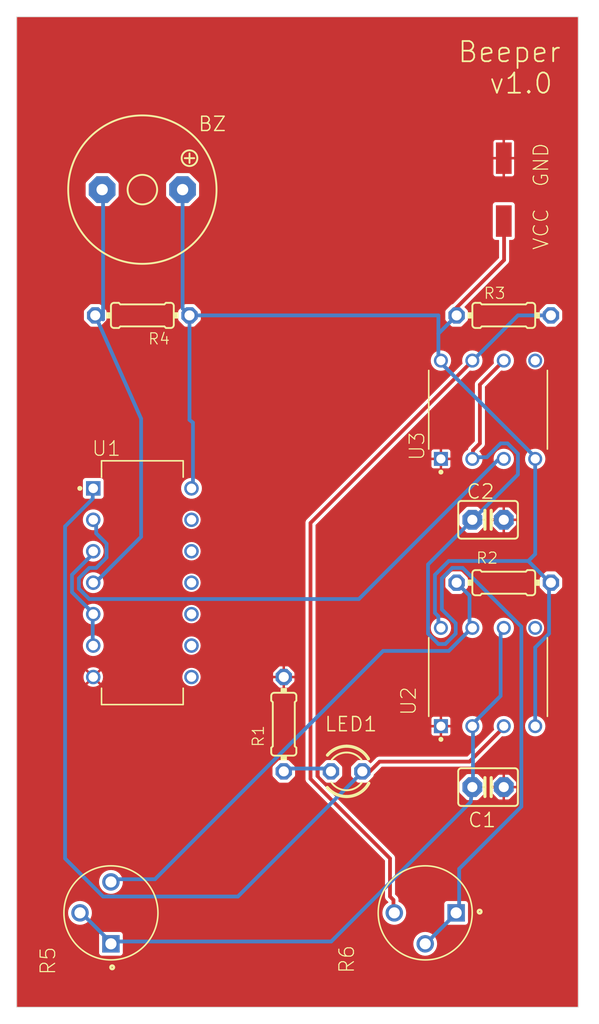
<source format=kicad_pcb>
(kicad_pcb (version 20211014) (generator pcbnew)
  (layers (0 "F.Cu" signal) (31 "B.Cu" signal) (34 "B.Paste" user) (35 "F.Paste" user) (36 "B.SilkS" user "B.Silkscreen") (37 "F.SilkS" user "F.Silkscreen") (38 "B.Mask" user) (39 "F.Mask" user) (44 "Edge.Cuts" user))
  (net 0 "")
  (net 1 "VCC")
  (net 2 "GND")
  (net 3 "N$4")
  (net 4 "N$10")
  (net 5 "N$8")
  (net 6 "N$9")
  (net 7 "N$5")
  (net 8 "N$6")
  (net 9 "N$1")
  (net 10 "N$2")
  (net 11 "N$3")
  (footprint "beeper:DIP794W45P254L959H508Q8" (layer "F.Cu") (at 163.9061 118.3336 90)
    (fp_text reference "U2" (at -3.175 -6.4261 90) (layer "F.SilkS") (effects (font (size 1.176528 1.176528) (thickness 0.093472)) (justify left)))
    (fp_text value "LMC555CN" hide)
    (fp_line (start -3.175 -4.795) (end 3.175 -4.795) (layer "F.SilkS") (width 0.127))
    (fp_line (start -3.175 4.795) (end 3.175 4.795) (layer "F.SilkS") (width 0.127))
    (fp_circle (center -5.035 -3.81) (end -4.935 -3.81) (layer "F.SilkS") (width 0.2) (fill none))
    (pad "1" thru_hole rect (at -3.97 -3.81 90) (size 1.13 1.13) (drill 0.74) (layers *.Cu *.Mask) (net 2 "GND"))
    (pad "2" thru_hole circle (at -3.97 -1.27 90) (size 1.13 1.13) (drill 0.74) (layers *.Cu *.Mask) (net 10 "N$2"))
    (pad "3" thru_hole circle (at -3.97 1.27 90) (size 1.13 1.13) (drill 0.74) (layers *.Cu *.Mask) (net 11 "N$3"))
    (pad "4" thru_hole circle (at -3.97 3.81 90) (size 1.13 1.13) (drill 0.74) (layers *.Cu *.Mask) (net 1 "VCC"))
    (pad "5" thru_hole circle (at 3.97 3.81 90) (size 1.13 1.13) (drill 0.74) (layers *.Cu *.Mask))
    (pad "6" thru_hole circle (at 3.97 1.27 90) (size 1.13 1.13) (drill 0.74) (layers *.Cu *.Mask) (net 10 "N$2"))
    (pad "7" thru_hole circle (at 3.97 -1.27 90) (size 1.13 1.13) (drill 0.74) (layers *.Cu *.Mask) (net 9 "N$1"))
    (pad "8" thru_hole circle (at 3.97 -3.81 90) (size 1.13 1.13) (drill 0.74) (layers *.Cu *.Mask) (net 1 "VCC"))
  )
  (footprint "beeper:DIP794W45P254L1969H508Q14" (layer "F.Cu") (at 135.9661 110.7136)
    (fp_text reference "U1" (at -4.148674 -10.833057) (layer "F.SilkS") (effects (font (size 1.176528 1.176528) (thickness 0.093472)) (justify left)))
    (fp_text value "CD4011BE" hide)
    (fp_line (start -3.3 -9.845) (end 3.3 -9.845) (layer "F.SilkS") (width 0.127))
    (fp_line (start 3.3 9.845) (end -3.3 9.845) (layer "F.SilkS") (width 0.127))
    (fp_line (start 3.3 -9.845) (end 3.3 -8.525) (layer "F.SilkS") (width 0.127))
    (fp_line (start 3.3 8.525) (end 3.3 9.845) (layer "F.SilkS") (width 0.127))
    (fp_line (start -3.3 9.845) (end -3.3 8.525) (layer "F.SilkS") (width 0.127))
    (fp_line (start -3.3 -8.525) (end -3.3 -9.845) (layer "F.SilkS") (width 0.127))
    (fp_circle (center -5.055 -7.62) (end -4.955 -7.62) (layer "F.SilkS") (width 0.2) (fill none))
    (pad "1" thru_hole rect (at -3.97 -7.62) (size 1.17 1.17) (drill 0.77) (layers *.Cu *.Mask) (net 11 "N$3"))
    (pad "2" thru_hole circle (at -3.97 -5.08) (size 1.17 1.17) (drill 0.77) (layers *.Cu *.Mask) (net 5 "N$8"))
    (pad "3" thru_hole circle (at -3.97 -2.54) (size 1.17 1.17) (drill 0.77) (layers *.Cu *.Mask) (net 6 "N$9"))
    (pad "4" thru_hole circle (at -3.97 0) (size 1.17 1.17) (drill 0.77) (layers *.Cu *.Mask) (net 4 "N$10"))
    (pad "5" thru_hole circle (at -3.97 2.54) (size 1.17 1.17) (drill 0.77) (layers *.Cu *.Mask) (net 6 "N$9"))
    (pad "6" thru_hole circle (at -3.97 5.08) (size 1.17 1.17) (drill 0.77) (layers *.Cu *.Mask) (net 6 "N$9"))
    (pad "7" thru_hole circle (at -3.97 7.62) (size 1.17 1.17) (drill 0.77) (layers *.Cu *.Mask) (net 2 "GND"))
    (pad "8" thru_hole circle (at 3.97 7.62) (size 1.17 1.17) (drill 0.77) (layers *.Cu *.Mask))
    (pad "9" thru_hole circle (at 3.97 5.08) (size 1.17 1.17) (drill 0.77) (layers *.Cu *.Mask))
    (pad "10" thru_hole circle (at 3.97 2.54) (size 1.17 1.17) (drill 0.77) (layers *.Cu *.Mask))
    (pad "11" thru_hole circle (at 3.97 0) (size 1.17 1.17) (drill 0.77) (layers *.Cu *.Mask))
    (pad "12" thru_hole circle (at 3.97 -2.54) (size 1.17 1.17) (drill 0.77) (layers *.Cu *.Mask))
    (pad "13" thru_hole circle (at 3.97 -5.08) (size 1.17 1.17) (drill 0.77) (layers *.Cu *.Mask))
    (pad "14" thru_hole circle (at 3.97 -7.62) (size 1.17 1.17) (drill 0.77) (layers *.Cu *.Mask) (net 1 "VCC"))
  )
  (footprint "beeper:SMD1,27-2,54" (layer "F.Cu") (at 165.1761 76.4236)
    (fp_text reference "GND" (at 3.01 2.4 90) (layer "F.SilkS") (effects (font (size 1.176528 1.176528) (thickness 0.093472)) (justify left)))
    (fp_text value "")
    (pad "1" smd rect (at 0 0) (size 1.27 2.54) (layers "F.Cu" "F.Paste" "F.Mask") (net 2 "GND"))
  )
  (footprint "beeper:0204_7" (layer "F.Cu") (at 165.1761 89.1236 180)
    (fp_text reference "R3" (at -0.1992 1.786318) (layer "F.SilkS") (effects (font (size 0.901446 0.901446) (thickness 0.089154)) (justify right)))
    (fp_text value "1K" hide)
    (fp_line (start 1.778 0.889) (end -1.778 0.889) (layer "F.SilkS") (width 0.1524))
    (fp_line (start 2.286 1.016) (end 1.905 1.016) (layer "F.SilkS") (width 0.1524))
    (fp_line (start -2.54 0.762) (end -2.54 -0.762) (layer "F.SilkS") (width 0.1524))
    (fp_line (start -1.778 0.889) (end -1.905 1.016) (layer "F.SilkS") (width 0.1524))
    (fp_line (start -1.778 -0.889) (end -1.905 -1.016) (layer "F.SilkS") (width 0.1524))
    (fp_line (start -2.286 -1.016) (end -1.905 -1.016) (layer "F.SilkS") (width 0.1524))
    (fp_line (start 2.54 0.762) (end 2.54 -0.762) (layer "F.SilkS") (width 0.1524))
    (fp_line (start 1.778 0.889) (end 1.905 1.016) (layer "F.SilkS") (width 0.1524))
    (fp_line (start 1.778 -0.889) (end -1.778 -0.889) (layer "F.SilkS") (width 0.1524))
    (fp_line (start 1.778 -0.889) (end 1.905 -1.016) (layer "F.SilkS") (width 0.1524))
    (fp_line (start -2.286 1.016) (end -1.905 1.016) (layer "F.SilkS") (width 0.1524))
    (fp_line (start 2.286 -1.016) (end 1.905 -1.016) (layer "F.SilkS") (width 0.1524))
    (fp_arc (start -2.54 -0.762) (mid -2.465605 -0.941605) (end -2.286 -1.016) (layer "F.SilkS") (width 0.1524))
    (fp_arc (start 2.54 0.762) (mid 2.465605 0.941605) (end 2.286 1.016) (layer "F.SilkS") (width 0.1524))
    (fp_arc (start 2.286 -1.016) (mid 2.465605 -0.941605) (end 2.54 -0.762) (layer "F.SilkS") (width 0.1524))
    (fp_arc (start -2.286 1.016) (mid -2.465605 0.941605) (end -2.54 0.762) (layer "F.SilkS") (width 0.1524))
    (fp_poly (pts (xy -2.921 0.254) (xy -2.54 0.254) (xy -2.54 -0.254) (xy -2.921 -0.254)) (layer "F.SilkS") (width 0) (fill solid))
    (fp_poly (pts (xy 2.54 0.254) (xy 2.921 0.254) (xy 2.921 -0.254) (xy 2.54 -0.254)) (layer "F.SilkS") (width 0) (fill solid))
    (pad "1" thru_hole roundrect (at -3.81 0 180) (size 1.3208 1.3208) (drill 0.8128) (layers *.Cu *.Mask) (chamfer_ratio 0.2928932188) (chamfer top_left top_right bottom_left bottom_right) (net 7 "N$5"))
    (pad "2" thru_hole roundrect (at 3.81 0 180) (size 1.3208 1.3208) (drill 0.8128) (layers *.Cu *.Mask) (chamfer_ratio 0.2928932188) (chamfer top_left top_right bottom_left bottom_right) (net 1 "VCC"))
  )
  (footprint "beeper:0204_7" (layer "F.Cu") (at 165.1761 110.7136)
    (fp_text reference "R2" (at -2.286 -1.987939) (layer "F.SilkS") (effects (font (size 0.901446 0.901446) (thickness 0.089154)) (justify left)))
    (fp_text value "1K" hide)
    (fp_line (start 2.286 -1.016) (end 1.905 -1.016) (layer "F.SilkS") (width 0.1524))
    (fp_line (start 2.54 0.762) (end 2.54 -0.762) (layer "F.SilkS") (width 0.1524))
    (fp_line (start 2.286 1.016) (end 1.905 1.016) (layer "F.SilkS") (width 0.1524))
    (fp_line (start 1.778 0.889) (end -1.778 0.889) (layer "F.SilkS") (width 0.1524))
    (fp_line (start -2.286 -1.016) (end -1.905 -1.016) (layer "F.SilkS") (width 0.1524))
    (fp_line (start 1.778 -0.889) (end -1.778 -0.889) (layer "F.SilkS") (width 0.1524))
    (fp_line (start -1.778 0.889) (end -1.905 1.016) (layer "F.SilkS") (width 0.1524))
    (fp_line (start 1.778 0.889) (end 1.905 1.016) (layer "F.SilkS") (width 0.1524))
    (fp_line (start -2.54 0.762) (end -2.54 -0.762) (layer "F.SilkS") (width 0.1524))
    (fp_line (start 1.778 -0.889) (end 1.905 -1.016) (layer "F.SilkS") (width 0.1524))
    (fp_line (start -1.778 -0.889) (end -1.905 -1.016) (layer "F.SilkS") (width 0.1524))
    (fp_line (start -2.286 1.016) (end -1.905 1.016) (layer "F.SilkS") (width 0.1524))
    (fp_arc (start 2.54 0.762) (mid 2.465605 0.941605) (end 2.286 1.016) (layer "F.SilkS") (width 0.1524))
    (fp_arc (start 2.286 -1.016) (mid 2.465605 -0.941605) (end 2.54 -0.762) (layer "F.SilkS") (width 0.1524))
    (fp_arc (start -2.286 1.016) (mid -2.465605 0.941605) (end -2.54 0.762) (layer "F.SilkS") (width 0.1524))
    (fp_arc (start -2.54 -0.762) (mid -2.465605 -0.941605) (end -2.286 -1.016) (layer "F.SilkS") (width 0.1524))
    (fp_poly (pts (xy -2.921 0.254) (xy -2.54 0.254) (xy -2.54 -0.254) (xy -2.921 -0.254)) (layer "F.SilkS") (width 0) (fill solid))
    (fp_poly (pts (xy 2.54 0.254) (xy 2.921 0.254) (xy 2.921 -0.254) (xy 2.54 -0.254)) (layer "F.SilkS") (width 0) (fill solid))
    (pad "1" thru_hole roundrect (at -3.81 0) (size 1.3208 1.3208) (drill 0.8128) (layers *.Cu *.Mask) (chamfer_ratio 0.2928932188) (chamfer top_left top_right bottom_left bottom_right) (net 9 "N$1"))
    (pad "2" thru_hole roundrect (at 3.81 0) (size 1.3208 1.3208) (drill 0.8128) (layers *.Cu *.Mask) (chamfer_ratio 0.2928932188) (chamfer top_left top_right bottom_left bottom_right) (net 1 "VCC"))
  )
  (footprint "beeper:F_QMBIII" (layer "F.Cu") (at 135.9661 78.9636)
    (fp_text reference "BZ" (at 4.445 -5.3036) (layer "F.SilkS") (effects (font (size 1.1557 1.1557) (thickness 0.1143)) (justify left)))
    (fp_text value "F/QMBIII" hide)
    (fp_line (start 3.81 -2.159) (end 3.81 -2.921) (layer "F.SilkS") (width 0.1524))
    (fp_line (start 3.429 -2.54) (end 4.191 -2.54) (layer "F.SilkS") (width 0.1524))
    (fp_circle (center 0 0) (end 5.9944 0) (layer "F.SilkS") (width 0.1524) (fill none))
    (fp_circle (center 0 0) (end 1.1938 0) (layer "F.SilkS") (width 0.1524) (fill none))
    (fp_circle (center 3.81 -2.54) (end 4.445 -2.54) (layer "F.SilkS") (width 0.1524) (fill none))
    (pad "+" thru_hole roundrect (at 3.2512 0) (size 2.159 2.159) (drill 0.9144) (layers *.Cu *.Mask) (chamfer_ratio 0.2928932188) (chamfer top_left top_right bottom_left bottom_right) (net 1 "VCC"))
    (pad "-" thru_hole roundrect (at -3.2512 0) (size 2.159 2.159) (drill 0.9144) (layers *.Cu *.Mask) (chamfer_ratio 0.2928932188) (chamfer top_left top_right bottom_left bottom_right) (net 4 "N$10"))
  )
  (footprint "beeper:TO250P760H635-3_PV12P105A01B00" (layer "F.Cu") (at 133.4261 137.3836 90)
    (fp_text reference "R5" (at -5.08661 -5.08881 90) (layer "F.SilkS") (effects (font (size 1.178566 1.178566) (thickness 0.093634)) (justify left)))
    (fp_text value "SPEED")
    (fp_circle (center 0 0) (end 3.8 0) (layer "F.SilkS") (width 0.127) (fill none))
    (fp_circle (center -4.4 0.1) (end -4.258582 0.1) (layer "F.SilkS") (width 0.2) (fill none))
    (pad "1" thru_hole rect (at -2.5 0 90) (size 1.408 1.408) (drill 0.9) (layers *.Cu *.Mask) (net 10 "N$2"))
    (pad "2" thru_hole circle (at 0 -2.5 90) (size 1.408 1.408) (drill 0.9) (layers *.Cu *.Mask) (net 10 "N$2"))
    (pad "3" thru_hole circle (at 2.5 0 90) (size 1.408 1.408) (drill 0.9) (layers *.Cu *.Mask) (net 9 "N$1"))
  )
  (footprint "beeper:C2.5-3" (layer "F.Cu") (at 163.9061 127.2236)
    (fp_text reference "C1" (at -1.689162 2.662681) (layer "F.SilkS") (effects (font (size 1.1557 1.1557) (thickness 0.1143)) (justify left)))
    (fp_text value "1.44uF" hide)
    (fp_line (start 0.254 0) (end 0.254 -0.762) (layer "F.SilkS") (width 0.254))
    (fp_line (start -0.254 -0.762) (end -0.254 0) (layer "F.SilkS") (width 0.254))
    (fp_line (start -2.159 -1.524) (end 2.159 -1.524) (layer "F.SilkS") (width 0.1524))
    (fp_line (start 0.381 0) (end 0.254 0) (layer "F.SilkS") (width 0.1524))
    (fp_line (start -2.413 -1.27) (end -2.413 1.27) (layer "F.SilkS") (width 0.1524))
    (fp_line (start 2.413 -1.27) (end 2.413 1.27) (layer "F.SilkS") (width 0.1524))
    (fp_line (start -0.254 0) (end -0.254 0.762) (layer "F.SilkS") (width 0.254))
    (fp_line (start 0.254 0) (end 0.254 0.762) (layer "F.SilkS") (width 0.254))
    (fp_line (start 2.159 1.524) (end -2.159 1.524) (layer "F.SilkS") (width 0.1524))
    (fp_line (start -0.254 0) (end -0.381 0) (layer "F.SilkS") (width 0.1524))
    (fp_arc (start -2.159 1.524) (mid -2.338605 1.449605) (end -2.413 1.27) (layer "F.SilkS") (width 0.1524))
    (fp_arc (start 2.413 1.27) (mid 2.338605 1.449605) (end 2.159 1.524) (layer "F.SilkS") (width 0.1524))
    (fp_arc (start 2.159 -1.524) (mid 2.338605 -1.449605) (end 2.413 -1.27) (layer "F.SilkS") (width 0.1524))
    (fp_arc (start -2.413 -1.27) (mid -2.338605 -1.449605) (end -2.159 -1.524) (layer "F.SilkS") (width 0.1524))
    (pad "1" thru_hole roundrect (at -1.27 0) (size 1.6002 1.6002) (drill 0.8128) (layers *.Cu *.Mask) (chamfer_ratio 0.2928932188) (chamfer top_left top_right bottom_left bottom_right) (net 10 "N$2"))
    (pad "2" thru_hole roundrect (at 1.27 0) (size 1.6002 1.6002) (drill 0.8128) (layers *.Cu *.Mask) (chamfer_ratio 0.2928932188) (chamfer top_left top_right bottom_left bottom_right) (net 2 "GND"))
  )
  (footprint "beeper:DIP794W45P254L959H508Q8" (layer "F.Cu") (at 163.9061 96.7436 90)
    (fp_text reference "U3" (at -4.176298 -5.742314 90) (layer "F.SilkS") (effects (font (size 1.176528 1.176528) (thickness 0.093472)) (justify left)))
    (fp_text value "LMC555CN" hide)
    (fp_line (start -3.175 -4.795) (end 3.175 -4.795) (layer "F.SilkS") (width 0.127))
    (fp_line (start -3.175 4.795) (end 3.175 4.795) (layer "F.SilkS") (width 0.127))
    (fp_circle (center -5.035 -3.81) (end -4.935 -3.81) (layer "F.SilkS") (width 0.2) (fill none))
    (pad "1" thru_hole rect (at -3.97 -3.81 90) (size 1.13 1.13) (drill 0.74) (layers *.Cu *.Mask) (net 2 "GND"))
    (pad "2" thru_hole circle (at -3.97 -1.27 90) (size 1.13 1.13) (drill 0.74) (layers *.Cu *.Mask) (net 8 "N$6"))
    (pad "3" thru_hole circle (at -3.97 1.27 90) (size 1.13 1.13) (drill 0.74) (layers *.Cu *.Mask) (net 5 "N$8"))
    (pad "4" thru_hole circle (at -3.97 3.81 90) (size 1.13 1.13) (drill 0.74) (layers *.Cu *.Mask) (net 1 "VCC"))
    (pad "5" thru_hole circle (at 3.97 3.81 90) (size 1.13 1.13) (drill 0.74) (layers *.Cu *.Mask))
    (pad "6" thru_hole circle (at 3.97 1.27 90) (size 1.13 1.13) (drill 0.74) (layers *.Cu *.Mask) (net 8 "N$6"))
    (pad "7" thru_hole circle (at 3.97 -1.27 90) (size 1.13 1.13) (drill 0.74) (layers *.Cu *.Mask) (net 7 "N$5"))
    (pad "8" thru_hole circle (at 3.97 -3.81 90) (size 1.13 1.13) (drill 0.74) (layers *.Cu *.Mask) (net 1 "VCC"))
  )
  (footprint "beeper:SMD1,27-2,54" (layer "F.Cu") (at 165.1761 81.5036)
    (fp_text reference "VCC" (at 3.01 2.4 90) (layer "F.SilkS") (effects (font (size 1.176528 1.176528) (thickness 0.093472)) (justify left)))
    (fp_text value "")
    (pad "1" smd rect (at 0 0) (size 1.27 2.54) (layers "F.Cu" "F.Paste" "F.Mask") (net 1 "VCC"))
  )
  (footprint "beeper:0204_7" (layer "F.Cu") (at 147.3961 122.1436 90)
    (fp_text reference "R1" (at -1.905 -2.06389 90) (layer "F.SilkS") (effects (font (size 0.901446 0.901446) (thickness 0.089154)) (justify left)))
    (fp_text value "220" hide)
    (fp_line (start 2.286 1.016) (end 1.905 1.016) (layer "F.SilkS") (width 0.1524))
    (fp_line (start 2.286 -1.016) (end 1.905 -1.016) (layer "F.SilkS") (width 0.1524))
    (fp_line (start 1.778 -0.889) (end -1.778 -0.889) (layer "F.SilkS") (width 0.1524))
    (fp_line (start -2.286 -1.016) (end -1.905 -1.016) (layer "F.SilkS") (width 0.1524))
    (fp_line (start 1.778 -0.889) (end 1.905 -1.016) (layer "F.SilkS") (width 0.1524))
    (fp_line (start 1.778 0.889) (end -1.778 0.889) (layer "F.SilkS") (width 0.1524))
    (fp_line (start -2.54 0.762) (end -2.54 -0.762) (layer "F.SilkS") (width 0.1524))
    (fp_line (start -1.778 0.889) (end -1.905 1.016) (layer "F.SilkS") (width 0.1524))
    (fp_line (start -1.778 -0.889) (end -1.905 -1.016) (layer "F.SilkS") (width 0.1524))
    (fp_line (start 2.54 0.762) (end 2.54 -0.762) (layer "F.SilkS") (width 0.1524))
    (fp_line (start 1.778 0.889) (end 1.905 1.016) (layer "F.SilkS") (width 0.1524))
    (fp_line (start -2.286 1.016) (end -1.905 1.016) (layer "F.SilkS") (width 0.1524))
    (fp_arc (start -2.286 1.016) (mid -2.465605 0.941605) (end -2.54 0.762) (layer "F.SilkS") (width 0.1524))
    (fp_arc (start -2.54 -0.762) (mid -2.465605 -0.941605) (end -2.286 -1.016) (layer "F.SilkS") (width 0.1524))
    (fp_arc (start 2.54 0.762) (mid 2.465605 0.941605) (end 2.286 1.016) (layer "F.SilkS") (width 0.1524))
    (fp_arc (start 2.286 -1.016) (mid 2.465605 -0.941605) (end 2.54 -0.762) (layer "F.SilkS") (width 0.1524))
    (fp_poly (pts (xy -2.921 0.254) (xy -2.54 0.254) (xy -2.54 -0.254) (xy -2.921 -0.254)) (layer "F.SilkS") (width 0) (fill solid))
    (fp_poly (pts (xy 2.54 0.254) (xy 2.921 0.254) (xy 2.921 -0.254) (xy 2.54 -0.254)) (layer "F.SilkS") (width 0) (fill solid))
    (pad "1" thru_hole roundrect (at -3.81 0 90) (size 1.3208 1.3208) (drill 0.8128) (layers *.Cu *.Mask) (chamfer_ratio 0.2928932188) (chamfer top_left top_right bottom_left bottom_right) (net 3 "N$4"))
    (pad "2" thru_hole roundrect (at 3.81 0 90) (size 1.3208 1.3208) (drill 0.8128) (layers *.Cu *.Mask) (chamfer_ratio 0.2928932188) (chamfer top_left top_right bottom_left bottom_right) (net 2 "GND"))
  )
  (footprint "beeper:0204_7" (layer "F.Cu") (at 135.9661 89.1236 180)
    (fp_text reference "R4" (at -2.286 -1.895074) (layer "F.SilkS") (effects (font (size 0.901446 0.901446) (thickness 0.089154)) (justify right)))
    (fp_text value "1K" hide)
    (fp_line (start -2.286 1.016) (end -1.905 1.016) (layer "F.SilkS") (width 0.1524))
    (fp_line (start 2.54 0.762) (end 2.54 -0.762) (layer "F.SilkS") (width 0.1524))
    (fp_line (start -1.778 -0.889) (end -1.905 -1.016) (layer "F.SilkS") (width 0.1524))
    (fp_line (start 1.778 0.889) (end -1.778 0.889) (layer "F.SilkS") (width 0.1524))
    (fp_line (start 2.286 1.016) (end 1.905 1.016) (layer "F.SilkS") (width 0.1524))
    (fp_line (start 1.778 0.889) (end 1.905 1.016) (layer "F.SilkS") (width 0.1524))
    (fp_line (start -1.778 0.889) (end -1.905 1.016) (layer "F.SilkS") (width 0.1524))
    (fp_line (start -2.286 -1.016) (end -1.905 -1.016) (layer "F.SilkS") (width 0.1524))
    (fp_line (start 1.778 -0.889) (end 1.905 -1.016) (layer "F.SilkS") (width 0.1524))
    (fp_line (start -2.54 0.762) (end -2.54 -0.762) (layer "F.SilkS") (width 0.1524))
    (fp_line (start 1.778 -0.889) (end -1.778 -0.889) (layer "F.SilkS") (width 0.1524))
    (fp_line (start 2.286 -1.016) (end 1.905 -1.016) (layer "F.SilkS") (width 0.1524))
    (fp_arc (start 2.286 -1.016) (mid 2.465605 -0.941605) (end 2.54 -0.762) (layer "F.SilkS") (width 0.1524))
    (fp_arc (start 2.54 0.762) (mid 2.465605 0.941605) (end 2.286 1.016) (layer "F.SilkS") (width 0.1524))
    (fp_arc (start -2.54 -0.762) (mid -2.465605 -0.941605) (end -2.286 -1.016) (layer "F.SilkS") (width 0.1524))
    (fp_arc (start -2.286 1.016) (mid -2.465605 0.941605) (end -2.54 0.762) (layer "F.SilkS") (width 0.1524))
    (fp_poly (pts (xy 2.54 0.254) (xy 2.921 0.254) (xy 2.921 -0.254) (xy 2.54 -0.254)) (layer "F.SilkS") (width 0) (fill solid))
    (fp_poly (pts (xy -2.921 0.254) (xy -2.54 0.254) (xy -2.54 -0.254) (xy -2.921 -0.254)) (layer "F.SilkS") (width 0) (fill solid))
    (pad "1" thru_hole roundrect (at -3.81 0 180) (size 1.3208 1.3208) (drill 0.8128) (layers *.Cu *.Mask) (chamfer_ratio 0.2928932188) (chamfer top_left top_right bottom_left bottom_right) (net 1 "VCC"))
    (pad "2" thru_hole roundrect (at 3.81 0 180) (size 1.3208 1.3208) (drill 0.8128) (layers *.Cu *.Mask) (chamfer_ratio 0.2928932188) (chamfer top_left top_right bottom_left bottom_right) (net 4 "N$10"))
  )
  (footprint "beeper:LED3MM" (layer "F.Cu") (at 152.4761 125.9536 180)
    (fp_text reference "LED1" (at -2.54 3.81) (layer "F.SilkS") (effects (font (size 1.1557 1.1557) (thickness 0.1143)) (justify right)))
    (fp_text value "RED" hide)
    (fp_arc (start 0 2.032) (mid -1.019924 1.757525) (end -1.7643 1.0082) (layer "F.SilkS") (width 0.254))
    (fp_arc (start 0 -2.032) (mid 0.861864 -1.840173) (end 1.561 -1.3009) (layer "F.SilkS") (width 0.254))
    (fp_arc (start 0 1.524) (mid -0.669593 1.369018) (end -1.203 0.9356) (layer "F.SilkS") (width 0.1524))
    (fp_arc (start -1.2192 -0.9144) (mid -0.681554 -1.363107) (end 0 -1.524) (layer "F.SilkS") (width 0.1524))
    (fp_arc (start 0 -1.524) (mid 0.697339 -1.355082) (end 1.2401 -0.885801) (layer "F.SilkS") (width 0.1524))
    (fp_arc (start 1.5512 1.3126) (mid 0.854953 1.843405) (end 0 2.032) (layer "F.SilkS") (width 0.254))
    (fp_arc (start -1.7929 -0.9562) (mid -1.045438 -1.7424) (end 0 -2.032) (layer "F.SilkS") (width 0.254))
    (fp_arc (start 1.203 0.9356) (mid 0.669593 1.369018) (end 0 1.524) (layer "F.SilkS") (width 0.1524))
    (pad "A" thru_hole roundrect (at -1.27 0 180) (size 1.3208 1.3208) (drill 0.8128) (layers *.Cu *.Mask) (chamfer_ratio 0.2928932188) (chamfer top_left top_right bottom_left bottom_right) (net 11 "N$3"))
    (pad "K" thru_hole roundrect (at 1.27 0 180) (size 1.3208 1.3208) (drill 0.8128) (layers *.Cu *.Mask) (chamfer_ratio 0.2928932188) (chamfer top_left top_right bottom_left bottom_right) (net 3 "N$4"))
  )
  (footprint "beeper:C2.5-3" (layer "F.Cu") (at 163.9061 105.6336)
    (fp_text reference "C2" (at -1.817929 -2.279712) (layer "F.SilkS") (effects (font (size 1.1557 1.1557) (thickness 0.1143)) (justify left)))
    (fp_text value "1.82nF" hide)
    (fp_line (start -0.254 -0.762) (end -0.254 0) (layer "F.SilkS") (width 0.254))
    (fp_line (start -0.254 0) (end -0.254 0.762) (layer "F.SilkS") (width 0.254))
    (fp_line (start 0.254 0) (end 0.254 -0.762) (layer "F.SilkS") (width 0.254))
    (fp_line (start 2.159 1.524) (end -2.159 1.524) (layer "F.SilkS") (width 0.1524))
    (fp_line (start -2.159 -1.524) (end 2.159 -1.524) (layer "F.SilkS") (width 0.1524))
    (fp_line (start 0.381 0) (end 0.254 0) (layer "F.SilkS") (width 0.1524))
    (fp_line (start 2.413 -1.27) (end 2.413 1.27) (layer "F.SilkS") (width 0.1524))
    (fp_line (start 0.254 0) (end 0.254 0.762) (layer "F.SilkS") (width 0.254))
    (fp_line (start -0.254 0) (end -0.381 0) (layer "F.SilkS") (width 0.1524))
    (fp_line (start -2.413 -1.27) (end -2.413 1.27) (layer "F.SilkS") (width 0.1524))
    (fp_arc (start -2.413 -1.27) (mid -2.338605 -1.449605) (end -2.159 -1.524) (layer "F.SilkS") (width 0.1524))
    (fp_arc (start 2.159 -1.524) (mid 2.338605 -1.449605) (end 2.413 -1.27) (layer "F.SilkS") (width 0.1524))
    (fp_arc (start 2.413 1.27) (mid 2.338605 1.449605) (end 2.159 1.524) (layer "F.SilkS") (width 0.1524))
    (fp_arc (start -2.159 1.524) (mid -2.338605 1.449605) (end -2.413 1.27) (layer "F.SilkS") (width 0.1524))
    (pad "1" thru_hole roundrect (at -1.27 0) (size 1.6002 1.6002) (drill 0.8128) (layers *.Cu *.Mask) (chamfer_ratio 0.2928932188) (chamfer top_left top_right bottom_left bottom_right) (net 8 "N$6"))
    (pad "2" thru_hole roundrect (at 1.27 0) (size 1.6002 1.6002) (drill 0.8128) (layers *.Cu *.Mask) (chamfer_ratio 0.2928932188) (chamfer top_left top_right bottom_left bottom_right) (net 2 "GND"))
  )
  (footprint "beeper:TO250P760H635-3_PV12P105A01B00" (layer "F.Cu") (at 158.8261 137.3836 180)
    (fp_text reference "R6" (at 6.341191 -2.533391 90) (layer "F.SilkS") (effects (font (size 1.178566 1.178566) (thickness 0.093634)) (justify right)))
    (fp_text value "TONE")
    (fp_circle (center 0 0) (end 3.8 0) (layer "F.SilkS") (width 0.127) (fill none))
    (fp_circle (center -4.4 0.1) (end -4.258582 0.1) (layer "F.SilkS") (width 0.2) (fill none))
    (pad "1" thru_hole rect (at -2.5 0 180) (size 1.408 1.408) (drill 0.9) (layers *.Cu *.Mask) (net 8 "N$6"))
    (pad "2" thru_hole circle (at 0 -2.5 180) (size 1.408 1.408) (drill 0.9) (layers *.Cu *.Mask) (net 8 "N$6"))
    (pad "3" thru_hole circle (at 2.5 0 180) (size 1.408 1.408) (drill 0.9) (layers *.Cu *.Mask) (net 7 "N$5"))
  )
  (gr_line (start 125.8061 145.0036) (end 171.1961 145.0036) (layer "Edge.Cuts") (width 0.05))
  (gr_line (start 171.1961 65.0036) (end 125.8061 65.0036) (layer "Edge.Cuts") (width 0.05))
  (gr_line (start 171.1961 145.0036) (end 171.1961 65.0036) (layer "Edge.Cuts") (width 0.05))
  (gr_line (start 125.8061 65.0036) (end 125.8061 145.0036) (layer "Edge.Cuts") (width 0.05))
  (gr_text "Beeper" (at 161.3661 68.8036) (layer "F.SilkS") (effects (font (size 1.63576 1.63576) (thickness 0.14224)) (justify left bottom)))
  (gr_text "v1.0" (at 163.9061 71.3436) (layer "F.SilkS") (effects (font (size 1.63576 1.63576) (thickness 0.14224)) (justify left bottom)))
  (segment (start 161.2899 89.1236) (end 161.2899 88.5648) (width 0.3048) (layer "F.Cu") (net 1))
  (segment (start 161.2899 89.1236) (end 161.3661 89.1236) (width 0.3048) (layer "F.Cu") (net 1))
  (segment (start 165.2015 84.6532) (end 165.2015 81.5798) (width 0.3048) (layer "F.Cu") (net 1))
  (segment (start 161.2899 88.5648) (end 165.2015 84.6532) (width 0.3048) (layer "F.Cu") (net 1))
  (segment (start 165.2015 81.5798) (end 165.1761 81.5036) (width 0.3048) (layer "F.Cu") (net 1))
  (segment (start 159.8929 92.7558) (end 160.0961 92.7736) (width 0.3048) (layer "B.Cu") (net 1))
  (segment (start 140.0555 97.785) (end 139.7761 97.567688) (width 0.3048) (layer "B.Cu") (net 1))
  (segment (start 168.8337 110.9168) (end 168.8337 114.8284) (width 0.3048) (layer "B.Cu") (net 1))
  (segment (start 167.7161 100.579) (end 160.1723 93.0352) (width 0.3048) (layer "B.Cu") (net 1))
  (segment (start 161.3661 89.1236) (end 159.8929 90.5968) (width 0.3048) (layer "B.Cu") (net 1))
  (segment (start 159.8929 89.1236) (end 159.8929 90.5968) (width 0.3048) (layer "B.Cu") (net 1))
  (segment (start 168.8337 110.6374) (end 167.1573 108.961) (width 0.3048) (layer "B.Cu") (net 1))
  (segment (start 159.8929 113.4314) (end 159.8929 114.2696) (width 0.3048) (layer "B.Cu") (net 1))
  (segment (start 167.1573 108.961) (end 160.7311 108.961) (width 0.3048) (layer "B.Cu") (net 1))
  (segment (start 167.1573 108.961) (end 167.7161 108.4022) (width 0.3048) (layer "B.Cu") (net 1))
  (segment (start 139.7761 89.1236) (end 139.7761 97.567688) (width 0.3048) (layer "B.Cu") (net 1))
  (segment (start 139.7761 89.1236) (end 139.2173 88.5648) (width 0.3048) (layer "B.Cu") (net 1))
  (segment (start 167.7161 108.4022) (end 167.7161 100.7136) (width 0.3048) (layer "B.Cu") (net 1))
  (segment (start 167.7161 115.946) (end 167.7161 122.3036) (width 0.3048) (layer "B.Cu") (net 1))
  (segment (start 140.0555 103.0936) (end 139.9361 103.0936) (width 0.3048) (layer "B.Cu") (net 1))
  (segment (start 159.8929 114.2696) (end 160.0961 114.3636) (width 0.3048) (layer "B.Cu") (net 1))
  (segment (start 139.2173 88.5648) (end 139.2173 78.9636) (width 0.3048) (layer "B.Cu") (net 1))
  (segment (start 160.7311 108.961) (end 159.6135 110.0786) (width 0.3048) (layer "B.Cu") (net 1))
  (segment (start 140.0555 97.785) (end 140.0555 103.0936) (width 0.3048) (layer "B.Cu") (net 1))
  (segment (start 160.1723 93.0352) (end 160.0961 92.7736) (width 0.3048) (layer "B.Cu") (net 1))
  (segment (start 168.8337 114.8284) (end 167.7161 115.946) (width 0.3048) (layer "B.Cu") (net 1))
  (segment (start 168.8337 110.9168) (end 168.9861 110.7136) (width 0.3048) (layer "B.Cu") (net 1))
  (segment (start 159.6135 110.0786) (end 159.6135 113.152) (width 0.3048) (layer "B.Cu") (net 1))
  (segment (start 167.7161 100.579) (end 167.7161 100.7136) (width 0.3048) (layer "B.Cu") (net 1))
  (segment (start 159.8929 90.5968) (end 159.8929 92.7558) (width 0.3048) (layer "B.Cu") (net 1))
  (segment (start 159.6135 113.152) (end 159.8929 113.4314) (width 0.3048) (layer "B.Cu") (net 1))
  (segment (start 168.8337 110.6374) (end 168.9861 110.7136) (width 0.3048) (layer "B.Cu") (net 1))
  (segment (start 159.8929 89.1236) (end 139.7761 89.1236) (width 0.3048) (layer "B.Cu") (net 1))
  (segment (start 150.9521 125.725) (end 151.2061 125.9536) (width 0.3048) (layer "B.Cu") (net 3))
  (segment (start 147.5993 125.725) (end 147.3961 125.9536) (width 0.3048) (layer "B.Cu") (net 3))
  (segment (start 150.9521 125.725) (end 147.5993 125.725) (width 0.3048) (layer "B.Cu") (net 3))
  (segment (start 135.8645 107.0052) (end 132.2323 110.6374) (width 0.3048) (layer "B.Cu") (net 4))
  (segment (start 132.2323 110.6374) (end 131.9961 110.7136) (width 0.3048) (layer "B.Cu") (net 4))
  (segment (start 135.8645 97.4675) (end 135.8645 107.0052) (width 0.3048) (layer "B.Cu") (net 4))
  (segment (start 132.7911 79.0652) (end 132.7149 78.9636) (width 0.3048) (layer "B.Cu") (net 4))
  (segment (start 132.7911 89.4411) (end 132.1561 89.1236) (width 0.3048) (layer "B.Cu") (net 4))
  (segment (start 135.8645 97.4675) (end 132.1561 89.1236) (width 0.3048) (layer "B.Cu") (net 4))
  (segment (start 132.7911 89.4411) (end 132.7911 79.0652) (width 0.3048) (layer "B.Cu") (net 4))
  (segment (start 131.6735 112.0344) (end 130.8353 111.1962) (width 0.3048) (layer "B.Cu") (net 5))
  (segment (start 164.9221 100.579) (end 165.1761 100.7136) (width 0.3048) (layer "B.Cu") (net 5))
  (segment (start 131.6735 109.5198) (end 132.2323 109.5198) (width 0.3048) (layer "B.Cu") (net 5))
  (segment (start 132.2323 109.5198) (end 133.0705 108.6816) (width 0.3048) (layer "B.Cu") (net 5))
  (segment (start 132.2323 105.8876) (end 131.9961 105.6336) (width 0.3048) (layer "B.Cu") (net 5))
  (segment (start 133.0705 107.564) (end 132.2323 106.7258) (width 0.3048) (layer "B.Cu") (net 5))
  (segment (start 153.4667 112.0344) (end 131.6735 112.0344) (width 0.3048) (layer "B.Cu") (net 5))
  (segment (start 130.8353 110.358) (end 131.6735 109.5198) (width 0.3048) (layer "B.Cu") (net 5))
  (segment (start 132.2323 106.7258) (end 132.2323 105.8876) (width 0.3048) (layer "B.Cu") (net 5))
  (segment (start 133.0705 108.6816) (end 133.0705 107.564) (width 0.3048) (layer "B.Cu") (net 5))
  (segment (start 164.9221 100.579) (end 153.4667 112.0344) (width 0.3048) (layer "B.Cu") (net 5))
  (segment (start 130.8353 111.1962) (end 130.8353 110.358) (width 0.3048) (layer "B.Cu") (net 5))
  (segment (start 131.9529 113.152) (end 130.2765 111.4756) (width 0.3048) (layer "B.Cu") (net 6))
  (segment (start 131.9529 113.152) (end 131.9961 113.2536) (width 0.3048) (layer "B.Cu") (net 6))
  (segment (start 130.2765 110.0786) (end 131.9529 108.4022) (width 0.3048) (layer "B.Cu") (net 6))
  (segment (start 131.9529 113.4314) (end 131.9529 115.6666) (width 0.3048) (layer "B.Cu") (net 6))
  (segment (start 131.9529 115.6666) (end 131.9961 115.7936) (width 0.3048) (layer "B.Cu") (net 6))
  (segment (start 130.2765 111.4756) (end 130.2765 110.0786) (width 0.3048) (layer "B.Cu") (net 6))
  (segment (start 131.9529 108.4022) (end 131.9961 108.1736) (width 0.3048) (layer "B.Cu") (net 6))
  (segment (start 131.9529 113.4314) (end 131.9961 113.2536) (width 0.3048) (layer "B.Cu") (net 6))
  (segment (start 155.9813 132.9894) (end 155.9813 136.0628) (width 0.3048) (layer "F.Cu") (net 7))
  (segment (start 155.9813 136.0628) (end 156.2607 136.3422) (width 0.3048) (layer "F.Cu") (net 7))
  (segment (start 156.2607 136.3422) (end 156.2607 137.1804) (width 0.3048) (layer "F.Cu") (net 7))
  (segment (start 149.5551 105.8876) (end 149.5551 126.5632) (width 0.3048) (layer "F.Cu") (net 7))
  (segment (start 162.4075 93.0352) (end 162.6361 92.7736) (width 0.3048) (layer "F.Cu") (net 7))
  (segment (start 156.2607 137.1804) (end 156.3261 137.3836) (width 0.3048) (layer "F.Cu") (net 7))
  (segment (start 162.4075 93.0352) (end 149.5551 105.8876) (width 0.3048) (layer "F.Cu") (net 7))
  (segment (start 149.5551 126.5632) (end 155.9813 132.9894) (width 0.3048) (layer "F.Cu") (net 7))
  (segment (start 162.6869 92.7558) (end 162.6361 92.7736) (width 0.3048) (layer "B.Cu") (net 7))
  (segment (start 162.6869 92.7558) (end 166.3191 89.1236) (width 0.3048) (layer "B.Cu") (net 7))
  (segment (start 166.3191 89.1236) (end 168.9861 89.1236) (width 0.3048) (layer "B.Cu") (net 7))
  (segment (start 164.9221 93.0352) (end 165.1761 92.7736) (width 0.3048) (layer "F.Cu") (net 8))
  (segment (start 162.6869 100.579) (end 162.6869 100.0202) (width 0.3048) (layer "F.Cu") (net 8))
  (segment (start 163.2457 94.7116) (end 164.9221 93.0352) (width 0.3048) (layer "F.Cu") (net 8))
  (segment (start 162.6869 100.579) (end 162.6361 100.7136) (width 0.3048) (layer "F.Cu") (net 8))
  (segment (start 162.6869 100.0202) (end 163.2457 99.4614) (width 0.3048) (layer "F.Cu") (net 8))
  (segment (start 163.2457 99.4614) (end 163.2457 94.7116) (width 0.3048) (layer "F.Cu") (net 8))
  (segment (start 161.8487 109.5198) (end 166.5985 114.2696) (width 0.3048) (layer "B.Cu") (net 8))
  (segment (start 161.2899 137.4598) (end 161.3261 137.3836) (width 0.3048) (layer "B.Cu") (net 8))
  (segment (start 160.1723 110.358) (end 161.0105 109.5198) (width 0.3048) (layer "B.Cu") (net 8))
  (segment (start 161.2899 113.9902) (end 160.1723 112.8726) (width 0.3048) (layer "B.Cu") (net 8))
  (segment (start 166.5985 114.2696) (end 166.5985 128.7984) (width 0.3048) (layer "B.Cu") (net 8))
  (segment (start 164.9221 99.4614) (end 163.8045 100.579) (width 0.3048) (layer "B.Cu") (net 8))
  (segment (start 162.4075 105.8876) (end 162.6361 105.6336) (width 0.3048) (layer "B.Cu") (net 8))
  (segment (start 159.8929 115.6666) (end 160.4517 115.6666) (width 0.3048) (layer "B.Cu") (net 8))
  (segment (start 161.5693 133.8276) (end 161.5693 137.1804) (width 0.3048) (layer "B.Cu") (net 8))
  (segment (start 161.5693 137.1804) (end 161.3261 137.3836) (width 0.3048) (layer "B.Cu") (net 8))
  (segment (start 159.0547 114.8284) (end 159.8929 115.6666) (width 0.3048) (layer "B.Cu") (net 8))
  (segment (start 162.4075 105.8876) (end 159.0547 109.2404) (width 0.3048) (layer "B.Cu") (net 8))
  (segment (start 163.8045 100.579) (end 162.6869 100.579) (width 0.3048) (layer "B.Cu") (net 8))
  (segment (start 166.5985 128.7984) (end 161.5693 133.8276) (width 0.3048) (layer "B.Cu") (net 8))
  (segment (start 166.3191 101.976) (end 166.3191 100.2996) (width 0.3048) (layer "B.Cu") (net 8))
  (segment (start 162.6869 105.6082) (end 166.3191 101.976) (width 0.3048) (layer "B.Cu") (net 8))
  (segment (start 166.3191 100.2996) (end 165.4809 99.4614) (width 0.3048) (layer "B.Cu") (net 8))
  (segment (start 160.1723 112.8726) (end 160.1723 110.358) (width 0.3048) (layer "B.Cu") (net 8))
  (segment (start 161.0105 109.5198) (end 161.8487 109.5198) (width 0.3048) (layer "B.Cu") (net 8))
  (segment (start 162.6869 100.579) (end 162.6361 100.7136) (width 0.3048) (layer "B.Cu") (net 8))
  (segment (start 159.0547 139.695) (end 158.8261 139.8836) (width 0.3048) (layer "B.Cu") (net 8))
  (segment (start 161.2899 114.8284) (end 161.2899 113.9902) (width 0.3048) (layer "B.Cu") (net 8))
  (segment (start 162.6869 105.6082) (end 162.6361 105.6336) (width 0.3048) (layer "B.Cu") (net 8))
  (segment (start 159.0547 109.2404) (end 159.0547 114.8284) (width 0.3048) (layer "B.Cu") (net 8))
  (segment (start 160.4517 115.6666) (end 161.2899 114.8284) (width 0.3048) (layer "B.Cu") (net 8))
  (segment (start 161.2899 137.4598) (end 159.0547 139.695) (width 0.3048) (layer "B.Cu") (net 8))
  (segment (start 165.4809 99.4614) (end 164.9221 99.4614) (width 0.3048) (layer "B.Cu") (net 8))
  (segment (start 162.4075 114.549) (end 160.7311 116.2254) (width 0.3048) (layer "B.Cu") (net 9))
  (segment (start 160.7311 116.2254) (end 155.4225 116.2254) (width 0.3048) (layer "B.Cu") (net 9))
  (segment (start 155.4225 116.2254) (end 136.9821 134.6658) (width 0.3048) (layer "B.Cu") (net 9))
  (segment (start 136.9821 134.6658) (end 133.6293 134.6658) (width 0.3048) (layer "B.Cu") (net 9))
  (segment (start 133.6293 134.6658) (end 133.4261 134.8836) (width 0.3048) (layer "B.Cu") (net 9))
  (segment (start 162.4075 114.549) (end 162.6361 114.3636) (width 0.3048) (layer "B.Cu") (net 9))
  (segment (start 162.4075 111.755) (end 162.4075 114.2696) (width 0.3048) (layer "B.Cu") (net 9))
  (segment (start 161.3661 110.7136) (end 162.4075 111.755) (width 0.3048) (layer "B.Cu") (net 9))
  (segment (start 162.4075 114.2696) (end 162.6361 114.3636) (width 0.3048) (layer "B.Cu") (net 9))
  (segment (start 151.2315 139.695) (end 133.6293 139.695) (width 0.3048) (layer "B.Cu") (net 10))
  (segment (start 162.6869 122.3722) (end 162.6361 122.3036) (width 0.3048) (layer "B.Cu") (net 10))
  (segment (start 164.9221 119.8576) (end 164.9221 114.549) (width 0.3048) (layer "B.Cu") (net 10))
  (segment (start 133.6293 139.695) (end 133.4261 139.8836) (width 0.3048) (layer "B.Cu") (net 10))
  (segment (start 131.1147 137.4598) (end 130.9261 137.3836) (width 0.3048) (layer "B.Cu") (net 10))
  (segment (start 162.50275 128.42375) (end 162.6361 127.2236) (width 0.3048) (layer "B.Cu") (net 10))
  (segment (start 164.9221 114.549) (end 165.1761 114.3636) (width 0.3048) (layer "B.Cu") (net 10))
  (segment (start 133.3499 139.695) (end 133.4261 139.8836) (width 0.3048) (layer "B.Cu") (net 10))
  (segment (start 162.6869 122.0928) (end 164.9221 119.8576) (width 0.3048) (layer "B.Cu") (net 10))
  (segment (start 162.6869 122.0928) (end 162.6361 122.3036) (width 0.3048) (layer "B.Cu") (net 10))
  (segment (start 162.50275 128.42375) (end 151.2315 139.695) (width 0.3048) (layer "B.Cu") (net 10))
  (segment (start 133.3499 139.695) (end 131.1147 137.4598) (width 0.3048) (layer "B.Cu") (net 10))
  (segment (start 162.6869 126.9696) (end 162.6869 122.3722) (width 0.3048) (layer "B.Cu") (net 10))
  (segment (start 162.6869 126.9696) (end 162.6361 127.2236) (width 0.3048) (layer "B.Cu") (net 10))
  (segment (start 162.4075 125.1662) (end 164.9221 122.6516) (width 0.3048) (layer "F.Cu") (net 11))
  (segment (start 164.9221 122.3722) (end 165.1761 122.3036) (width 0.3048) (layer "F.Cu") (net 11))
  (segment (start 154.3049 126.0044) (end 155.1431 125.1662) (width 0.3048) (layer "F.Cu") (net 11))
  (segment (start 153.7461 126.0044) (end 153.7461 125.9536) (width 0.3048) (layer "F.Cu") (net 11))
  (segment (start 164.9221 122.6516) (end 164.9221 122.3722) (width 0.3048) (layer "F.Cu") (net 11))
  (segment (start 155.1431 125.1662) (end 162.4075 125.1662) (width 0.3048) (layer "F.Cu") (net 11))
  (segment (start 153.7461 126.0044) (end 154.3049 126.0044) (width 0.3048) (layer "F.Cu") (net 11))
  (segment (start 131.9529 103.9318) (end 131.9529 103.0936) (width 0.3048) (layer "B.Cu") (net 11))
  (segment (start 131.9529 103.0936) (end 131.9961 103.0936) (width 0.3048) (layer "B.Cu") (net 11))
  (segment (start 129.7177 132.9894) (end 129.7177 106.167) (width 0.3048) (layer "B.Cu") (net 11))
  (segment (start 153.7461 126.0044) (end 143.6877 136.0628) (width 0.3048) (layer "B.Cu") (net 11))
  (segment (start 153.7461 126.0044) (end 153.7461 125.9536) (width 0.3048) (layer "B.Cu") (net 11))
  (segment (start 132.7911 136.0628) (end 129.7177 132.9894) (width 0.3048) (layer "B.Cu") (net 11))
  (segment (start 129.7177 106.167) (end 131.9529 103.9318) (width 0.3048) (layer "B.Cu") (net 11))
  (segment (start 143.6877 136.0628) (end 132.7911 136.0628) (width 0.3048) (layer "B.Cu") (net 11))
  (zone (net 2) (net_name "GND") (layer "F.Cu") (priority 6) (connect_pads (clearance 0.000001)) (min_thickness 0.0762) (fill yes (thermal_gap 0.2024) (thermal_bridge_width 0.2024))
    (polygon (pts (xy 172.8723 146.3498) (xy 124.4599 146.3498) (xy 124.4599 63.6474) (xy 172.8723 63.6474)))
  )
)
</source>
